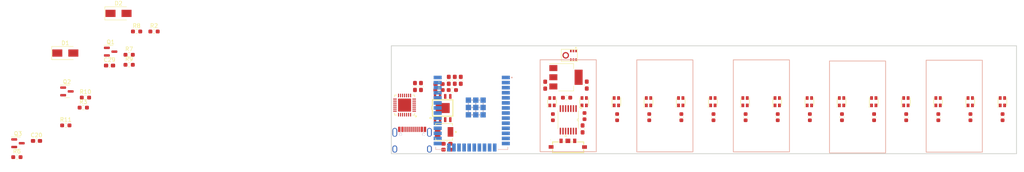
<source format=kicad_pcb>
(kicad_pcb (version 20211014) (generator pcbnew)
  (layers (0 "F.Cu" signal) (31 "B.Cu" signal) (34 "B.Paste" user) (35 "F.Paste" user) (36 "B.SilkS" user "B.Silkscreen") (37 "F.SilkS" user "F.Silkscreen") (38 "B.Mask" user) (39 "F.Mask" user) (44 "Edge.Cuts" user))
  (net 0 "")
  (net 1 "+5V")
  (net 2 "GND")
  (net 4 "Net-(LED1-Pad1)")
  (net 5 "Net-(LED2-Pad1)")
  (net 6 "Net-(LED4-Pad3)")
  (net 7 "Net-(LED4-Pad1)")
  (net 8 "Net-(LED6-Pad3)")
  (net 9 "Net-(LED6-Pad1)")
  (net 10 "Net-(LED7-Pad1)")
  (net 11 "Net-(LED9-Pad3)")
  (net 12 "Net-(LED10-Pad3)")
  (net 13 "Net-(LED10-Pad1)")
  (net 14 "Net-(LED11-Pad1)")
  (net 15 "Net-(LED13-Pad3)")
  (net 16 "Net-(LED13-Pad1)")
  (net 17 "Net-(LED15-Pad3)")
  (net 18 "+BATT")
  (net 19 "+3V3")
  (net 20 "RESET")
  (net 21 "Net-(D1-Pad1)")
  (net 22 "Net-(D1-Pad2)")
  (net 23 "USB-C 5V")
  (net 24 "Net-(L1-Pad2)")
  (net 25 "LED1 DATA OUT")
  (net 26 "IO15{slash}WS")
  (net 27 "IO14{slash}SCK")
  (net 28 "Net-(MK1-Pad7)")
  (net 29 "Net-(Q2-Pad1)")
  (net 30 "DTR")
  (net 31 "IO0")
  (net 32 "Net-(Q3-Pad1)")
  (net 33 "RTS")
  (net 34 "Net-(R1-Pad1)")
  (net 35 "USB-C CC1")
  (net 36 "USB-C CC2")
  (net 37 "Net-(R4-Pad2)")
  (net 38 "POWER_EN")
  (net 39 "IO32{slash}SD")
  (net 40 "IO16{slash}LED1")
  (net 43 "USB-C DATA+")
  (net 44 "USB-C DATA-")
  (net 60 "TXD0")
  (net 61 "RXD0")
  (net 63 "IO36{slash}A4{slash}SENSOR_VP")
  (net 64 "I39{slash}A3{slash}SENSOR_VN")
  (net 65 "I34{slash}A2")
  (net 66 "IO35")
  (net 67 "IO33")
  (net 68 "IO25{slash}A1{slash}DAC1")
  (net 69 "IO26{slash}A0{slash}DAC2")
  (net 70 "IO27")
  (net 71 "IO12")
  (net 72 "IO13")
  (net 79 "IO2")
  (net 80 "IO4{slash}A5")
  (net 81 "IO17")
  (net 82 "IO5")
  (net 83 "IO18{slash}MOSI")
  (net 84 "IO19{slash}MISO")
  (net 86 "IO21")
  (net 87 "IO22")
  (net 88 "IO23")
  (footprint "Capacitor_SMD:C_0603_1608Metric" (layer "F.Cu") (at 159.016395 108.585 -90)
    (fp_text reference "C8" hide)
    (fp_text value "0.1uF")
    (pad "1" smd roundrect (at -0.775 0 270) (size 0.9 0.95) (layers "F.Cu" "F.Paste" "F.Mask") (net 1 "+5V"))
    (pad "2" smd roundrect (at 0.775 0 270) (size 0.9 0.95) (layers "F.Cu" "F.Paste" "F.Mask") (net 2 "GND"))
  )
  (footprint "WS2812B-2020:WS2812B-2020" (layer "F.Cu") (at 134.81514 104.7221 90)
    (fp_text reference "LED5" hide)
    (fp_text value "WS2812B-2020")
    (pad "1" smd rect (at -0.92 -0.55 90) (size 0.9 0.7) (layers "F.Cu" "F.Paste" "F.Mask") (net 8 "Net-(LED6-Pad3)"))
    (pad "2" smd rect (at -0.92 0.55 90) (size 0.9 0.7) (layers "F.Cu" "F.Paste" "F.Mask") (net 2 "GND"))
    (pad "3" smd rect (at 0.92 0.55 90) (size 0.9 0.7) (layers "F.Cu" "F.Paste" "F.Mask") (net 7 "Net-(LED4-Pad1)"))
    (pad "4" smd rect (at 0.92 -0.55 90) (size 0.9 0.7) (layers "F.Cu" "F.Paste" "F.Mask") (net 1 "+5V"))
  )
  (footprint "CP2102-GMR:CP2102-GMR" (layer "F.Cu") (at 65.9384 105.5624 180)
    (fp_text reference "U3" hide)
    (fp_text value "CP2102-GMR" hide)
    (pad "1" smd rect (at -2.400013 -1.499999 180) (size 0.9 0.25) (layers "F.Cu" "F.Paste" "F.Mask"))
    (pad "2" smd rect (at -2.400013 -0.999999 180) (size 0.9 0.25) (layers "F.Cu" "F.Paste" "F.Mask"))
    (pad "3" smd rect (at -2.400013 -0.499999 180) (size 0.9 0.25) (layers "F.Cu" "F.Paste" "F.Mask") (net 2 "GND"))
    (pad "4" smd rect (at -2.400013 0.000001 180) (size 0.9 0.25) (layers "F.Cu" "F.Paste" "F.Mask") (net 43 "USB-C DATA+"))
    (pad "5" smd rect (at -2.400013 0.5 180) (size 0.9 0.25) (layers "F.Cu" "F.Paste" "F.Mask") (net 44 "USB-C DATA-"))
    (pad "6" smd rect (at -2.400013 1 180) (size 0.9 0.25) (layers "F.Cu" "F.Paste" "F.Mask") (net 19 "+3V3"))
    (pad "7" smd rect (at -2.400013 1.5 180) (size 0.9 0.25) (layers "F.Cu" "F.Paste" "F.Mask") (net 19 "+3V3"))
    (pad "8" smd rect (at -1.499999 2.400014 180) (size 0.25 0.9) (layers "F.Cu" "F.Paste" "F.Mask") (net 23 "USB-C 5V"))
    (pad "9" smd rect (at -0.999999 2.400014 180) (size 0.25 0.9) (layers "F.Cu" "F.Paste" "F.Mask"))
    (pad "10" smd rect (at -0.499999 2.400014 180) (size 0.25 0.9) (layers "F.Cu" "F.Paste" "F.Mask"))
    (pad "11" smd rect (at 0.000001 2.400014 180) (size 0.25 0.9) (layers "F.Cu" "F.Paste" "F.Mask"))
    (pad "12" smd rect (at 0.5 2.400014 180) (size 0.25 0.9) (layers "F.Cu" "F.Paste" "F.Mask"))
    (pad "13" smd rect (at 1 2.400014 180) (size 0.25 0.9) (layers "F.Cu" "F.Paste" "F.Mask"))
    (pad "14" smd rect (at 1.5 2.400014 180) (size 0.25 0.9) (layers "F.Cu" "F.Paste" "F.Mask"))
    (pad "15" smd rect (at 2.400014 1.5 180) (size 0.9 0.25) (layers "F.Cu" "F.Paste" "F.Mask"))
    (pad "16" smd rect (at 2.400014 1 180) (size 0.9 0.25) (layers "F.Cu" "F.Paste" "F.Mask"))
    (pad "17" smd rect (at 2.400014 0.5 180) (size 0.9 0.25) (layers "F.Cu" "F.Paste" "F.Mask"))
    (pad "18" smd rect (at 2.400014 0.000001 180) (size 0.9 0.25) (layers "F.Cu" "F.Paste" "F.Mask"))
    (pad "19" smd rect (at 2.400014 -0.499999 180) (size 0.9 0.25) (layers "F.Cu" "F.Paste" "F.Mask"))
    (pad "20" smd rect (at 2.400014 -0.999999 180) (size 0.9 0.25) (layers "F.Cu" "F.Paste" "F.Mask"))
    (pad "21" smd rect (at 2.400014 -1.499999 180) (size 0.9 0.25) (layers "F.Cu" "F.Paste" "F.Mask"))
    (pad "22" smd rect (at 1.5 -2.400013 180) (size 0.25 0.9) (layers "F.Cu" "F.Paste" "F.Mask"))
    (pad "23" smd rect (at 1 -2.400013 180) (size 0.25 0.9) (layers "F.Cu" "F.Paste" "F.Mask"))
    (pad "24" smd rect (at 0.5 -2.400013 180) (size 0.25 0.9) (layers "F.Cu" "F.Paste" "F.Mask") (net 33 "RTS"))
    (pad "25" smd rect (at 0.000001 -2.400013 180) (size 0.25 0.9) (layers "F.Cu" "F.Paste" "F.Mask") (net 60 "TXD0"))
    (pad "26" smd rect (at -0.499999 -2.400013 180) (size 0.25 0.9) (layers "F.Cu" "F.Paste" "F.Mask") (net 61 "RXD0"))
    (pad "27" smd rect (at -0.999999 -2.400013 180) (size 0.25 0.9) (layers "F.Cu" "F.Paste" "F.Mask"))
    (pad "28" smd rect (at -1.499999 -2.400013 180) (size 0.25 0.9) (layers "F.Cu" "F.Paste" "F.Mask") (net 30 "DTR"))
    (pad "29" smd rect (at 0 0 180) (size 3.25 3.25) (layers "F.Cu" "F.Mask") (net 2 "GND"))
  )
  (footprint "WS2812B-2020:WS2812B-2020" (layer "F.Cu") (at 207.036405 104.7221 90)
    (fp_text reference "LED14" hide)
    (fp_text value "WS2812B-2020")
    (pad "1" smd rect (at -0.92 -0.55 90) (size 0.9 0.7) (layers "F.Cu" "F.Paste" "F.Mask") (net 17 "Net-(LED15-Pad3)"))
    (pad "2" smd rect (at -0.92 0.55 90) (size 0.9 0.7) (layers "F.Cu" "F.Paste" "F.Mask") (net 2 "GND"))
    (pad "3" smd rect (at 0.92 0.55 90) (size 0.9 0.7) (layers "F.Cu" "F.Paste" "F.Mask") (net 16 "Net-(LED13-Pad1)"))
    (pad "4" smd rect (at 0.92 -0.55 90) (size 0.9 0.7) (layers "F.Cu" "F.Paste" "F.Mask") (net 1 "+5V"))
  )
  (footprint "WS2812B-2020:WS2812B-2020" (layer "F.Cu") (at 126.790555 104.7221 90)
    (fp_text reference "LED4" hide)
    (fp_text value "WS2812B-2020")
    (pad "1" smd rect (at -0.92 -0.55 90) (size 0.9 0.7) (layers "F.Cu" "F.Paste" "F.Mask") (net 7 "Net-(LED4-Pad1)"))
    (pad "2" smd rect (at -0.92 0.55 90) (size 0.9 0.7) (layers "F.Cu" "F.Paste" "F.Mask") (net 2 "GND"))
    (pad "3" smd rect (at 0.92 0.55 90) (size 0.9 0.7) (layers "F.Cu" "F.Paste" "F.Mask") (net 6 "Net-(LED4-Pad3)"))
    (pad "4" smd rect (at 0.92 -0.55 90) (size 0.9 0.7) (layers "F.Cu" "F.Paste" "F.Mask") (net 1 "+5V"))
  )
  (footprint "Capacitor_SMD:C_0603_1608Metric" (layer "F.Cu") (at 207.087705 108.585 -90)
    (fp_text reference "C14" hide)
    (fp_text value "0.1uF")
    (pad "1" smd roundrect (at -0.775 0 270) (size 0.9 0.95) (layers "F.Cu" "F.Paste" "F.Mask") (net 1 "+5V"))
    (pad "2" smd roundrect (at 0.775 0 270) (size 0.9 0.95) (layers "F.Cu" "F.Paste" "F.Mask") (net 2 "GND"))
  )
  (footprint "Resistor_SMD:R_0603_1608Metric_Pad0.98x0.95mm_HandSolder" (layer "F.Cu") (at -13.6652 103.6828)
    (fp_text reference "R10" (at 0 -1.43) (layer "F.SilkS"))
    (fp_text value "10K")
    (pad "1" smd roundrect (at -0.9125 0) (size 0.975 0.95) (layers "F.Cu" "F.Paste" "F.Mask") (net 33 "RTS"))
    (pad "2" smd roundrect (at 0.9125 0) (size 0.975 0.95) (layers "F.Cu" "F.Paste" "F.Mask") (net 29 "Net-(Q2-Pad1)"))
  )
  (footprint "Capacitor_SMD:C_0603_1608Metric_Pad1.08x0.95mm_HandSolder" (layer "F.Cu") (at 68.5292 100.9153 90)
    (fp_text reference "C19" hide)
    (fp_text value "0.1uF")
    (pad "1" smd roundrect (at -0.8625 0 90) (size 1.075 0.95) (layers "F.Cu" "F.Paste" "F.Mask") (net 19 "+3V3"))
    (pad "2" smd roundrect (at 0.8625 0 90) (size 1.075 0.95) (layers "F.Cu" "F.Paste" "F.Mask") (net 2 "GND"))
  )
  (footprint "Resistor_SMD:R_0603_1608Metric_Pad0.98x0.95mm_HandSolder" (layer "F.Cu") (at -14.2052 106.1928)
    (fp_text reference "R3" (at 0 -1.43) (layer "F.SilkS"))
    (fp_text value "5.1K 1%")
    (pad "1" smd roundrect (at -0.9125 0) (size 0.975 0.95) (layers "F.Cu" "F.Paste" "F.Mask") (net 2 "GND"))
    (pad "2" smd roundrect (at 0.9125 0) (size 0.975 0.95) (layers "F.Cu" "F.Paste" "F.Mask") (net 36 "USB-C CC2"))
  )
  (footprint "Package_TO_SOT_SMD:SOT-23" (layer "F.Cu") (at -7.3852 92.1928)
    (fp_text reference "Q1" (at 0 -2.4) (layer "F.SilkS"))
    (fp_text value "SK338P")
    (pad "1" smd roundrect (at -0.9375 -0.95) (size 1.475 0.6) (layers "F.Cu" "F.Paste" "F.Mask") (net 22 "Net-(D1-Pad2)"))
    (pad "2" smd roundrect (at -0.9375 0.95) (size 1.475 0.6) (layers "F.Cu" "F.Paste" "F.Mask") (net 21 "Net-(D1-Pad1)"))
    (pad "3" smd roundrect (at 0.9375 0) (size 1.475 0.6) (layers "F.Cu" "F.Paste" "F.Mask") (net 18 "+BATT"))
  )
  (footprint "Capacitor_SMD:C_0603_1608Metric_Pad1.08x0.95mm_HandSolder" (layer "F.Cu") (at 101.0158 100.584 90)
    (fp_text reference "C26" hide)
    (fp_text value "10uF")
    (pad "1" smd roundrect (at -0.8625 0 90) (size 1.075 0.95) (layers "F.Cu" "F.Paste" "F.Mask") (net 2 "GND"))
    (pad "2" smd roundrect (at 0.8625 0 90) (size 1.075 0.95) (layers "F.Cu" "F.Paste" "F.Mask") (net 1 "+5V"))
  )
  (footprint "Capacitor_SMD:C_0603_1608Metric" (layer "F.Cu") (at 199.07582 108.585 -90)
    (fp_text reference "C13" hide)
    (fp_text value "0.1uF")
    (pad "1" smd roundrect (at -0.775 0 270) (size 0.9 0.95) (layers "F.Cu" "F.Paste" "F.Mask") (net 1 "+5V"))
    (pad "2" smd roundrect (at 0.775 0 270) (size 0.9 0.95) (layers "F.Cu" "F.Paste" "F.Mask") (net 2 "GND"))
  )
  (footprint "Capacitor_SMD:C_0603_1608Metric_Pad1.08x0.95mm_HandSolder" (layer "F.Cu") (at 76.962 99.3659 -90)
    (fp_text reference "C23" hide)
    (fp_text value "22uF")
    (pad "1" smd roundrect (at -0.8625 0 270) (size 1.075 0.95) (layers "F.Cu" "F.Paste" "F.Mask") (net 1 "+5V"))
    (pad "2" smd roundrect (at 0.8625 0 270) (size 1.075 0.95) (layers "F.Cu" "F.Paste" "F.Mask") (net 2 "GND"))
  )
  (footprint "Capacitor_SMD:C_0603_1608Metric_Pad1.08x0.95mm_HandSolder" (layer "F.Cu") (at 78.4606 99.3648 -90)
    (fp_text reference "C24" hide)
    (fp_text value "22uF")
    (pad "1" smd roundrect (at -0.8625 0 270) (size 1.075 0.95) (layers "F.Cu" "F.Paste" "F.Mask") (net 1 "+5V"))
    (pad "2" smd roundrect (at 0.8625 0 270) (size 1.075 0.95) (layers "F.Cu" "F.Paste" "F.Mask") (net 2 "GND"))
  )
  (footprint "Resistor_SMD:R_0603_1608Metric_Pad0.98x0.95mm_HandSolder" (layer "F.Cu") (at -18.5652 110.6428)
    (fp_text reference "R11" (at 0 -1.43) (layer "F.SilkS"))
    (fp_text value "10K")
    (pad "1" smd roundrect (at -0.9125 0) (size 0.975 0.95) (layers "F.Cu" "F.Paste" "F.Mask") (net 30 "DTR"))
    (pad "2" smd roundrect (at 0.9125 0) (size 0.975 0.95) (layers "F.Cu" "F.Paste" "F.Mask") (net 32 "Net-(Q3-Pad1)"))
  )
  (footprint "Diode_SMD:D_SMA" (layer "F.Cu") (at -5.4152 82.6228)
    (fp_text reference "D2" (at 0 -2.5) (layer "F.SilkS"))
    (fp_text value "B340A-13-F")
    (pad "1" smd rect (at -2 0) (size 2.5 1.8) (layers "F.Cu" "F.Paste" "F.Mask") (net 1 "+5V"))
    (pad "2" smd rect (at 2 0) (size 2.5 1.8) (layers "F.Cu" "F.Paste" "F.Mask") (net 23 "USB-C 5V"))
  )
  (footprint "AP2007SPER:AP2007SPER" (layer "F.Cu") (at 75.438 106.299)
    (fp_text reference "U1" hide)
    (fp_text value "AP2007SPER")
    (pad "1" smd rect (at -1.905004 2.908306) (size 0.6 1.2) (layers "F.Cu" "F.Paste" "F.Mask") (net 24 "Net-(L1-Pad2)"))
    (pad "2" smd rect (at -0.635001 2.908306) (size 0.6 1.2) (layers "F.Cu" "F.Paste" "F.Mask") (net 24 "Net-(L1-Pad2)"))
    (pad "3" smd rect (at 0.635001 2.908306) (size 0.6 1.2) (layers "F.Cu" "F.Paste" "F.Mask") (net 18 "+BATT"))
    (pad "4" smd rect (at 1.905004 2.908306) (size 0.6 1.2) (layers "F.Cu" "F.Paste" "F.Mask") (net 38 "POWER_EN"))
    (pad "5" smd rect (at 1.905004 -2.908306) (size 0.6 1.2) (layers "F.Cu" "F.Paste" "F.Mask") (net 2 "GND"))
    (pad "6" smd rect (at 0.635001 -2.908306) (size 0.6 1.2) (layers "F.Cu" "F.Paste" "F.Mask") (net 37 "Net-(R4-Pad2)"))
    (pad "7" smd rect (at -0.635001 -2.908306) (size 0.6 1.2) (layers "F.Cu" "F.Paste" "F.Mask") (net 1 "+5V"))
    (pad "8" smd rect (at -1.905004 -2.908306) (size 0.6 1.2) (layers "F.Cu" "F.Paste" "F.Mask") (net 1 "+5V"))
    (pad "9" smd rect (at 0 0 180) (size 3.499873 2.5) (layers "F.Cu" "F.Paste" "F.Mask") (net 2 "GND"))
  )
  (footprint "Capacitor_SMD:C_0603_1608Metric_Pad1.08x0.95mm_HandSolder" (layer "F.Cu") (at 79.9592 99.3648 -90)
    (fp_text reference "C25" hide)
    (fp_text value "22uF")
    (pad "1" smd roundrect (at -0.8625 0 270) (size 1.075 0.95) (layers "F.Cu" "F.Paste" "F.Mask") (net 1 "+5V"))
    (pad "2" smd roundrect (at 0.8625 0 270) (size 1.075 0.95) (layers "F.Cu" "F.Paste" "F.Mask") (net 2 "GND"))
  )
  (footprint "Capacitor_SMD:C_0603_1608Metric" (layer "F.Cu") (at 126.968855 108.585 -90)
    (fp_text reference "C4" hide)
    (fp_text value "0.1uF")
    (pad "1" smd roundrect (at -0.775 0 270) (size 0.9 0.95) (layers "F.Cu" "F.Paste" "F.Mask") (net 1 "+5V"))
    (pad "2" smd roundrect (at 0.775 0 270) (size 0.9 0.95) (layers "F.Cu" "F.Paste" "F.Mask") (net 2 "GND"))
  )
  (footprint "Package_TO_SOT_SMD:SOT-23" (layer "F.Cu") (at -30.4952 115.1028)
    (fp_text reference "Q3" (at 0 -2.4) (layer "F.SilkS"))
    (fp_text value "MMBT2222A")
    (pad "1" smd roundrect (at -0.9375 -0.95) (size 1.475 0.6) (layers "F.Cu" "F.Paste" "F.Mask") (net 32 "Net-(Q3-Pad1)"))
    (pad "2" smd roundrect (at -0.9375 0.95) (size 1.475 0.6) (layers "F.Cu" "F.Paste" "F.Mask") (net 20 "RESET"))
    (pad "3" smd roundrect (at 0.9375 0) (size 1.475 0.6) (layers "F.Cu" "F.Paste" "F.Mask") (net 33 "RTS"))
  )
  (footprint "Package_TO_SOT_SMD:SOT-223" (layer "F.Cu") (at 106.1974 98.6028)
    (fp_text reference "U5" hide)
    (fp_text value "BL1117-33CX")
    (pad "1" smd rect (at -3.15 -2.3) (size 2 1.5) (layers "F.Cu" "F.Paste" "F.Mask") (net 2 "GND"))
    (pad "2" smd rect (at -3.15 0) (size 2 1.5) (layers "F.Cu" "F.Paste" "F.Mask") (net 19 "+3V3"))
    (pad "3" smd rect (at -3.15 2.3) (size 2 1.5) (layers "F.Cu" "F.Paste" "F.Mask") (net 1 "+5V"))
    (pad "4" smd rect (at 3.15 0) (size 2 3.8) (layers "F.Cu" "F.Paste" "F.Mask") (net 19 "+3V3"))
  )
  (footprint "Capacitor_SMD:C_0603_1608Metric" (layer "F.Cu") (at 191.063935 108.585 -90)
    (fp_text reference "C12" hide)
    (fp_text value "0.1uF")
    (pad "1" smd roundrect (at -0.775 0 270) (size 0.9 0.95) (layers "F.Cu" "F.Paste" "F.Mask") (net 1 "+5V"))
    (pad "2" smd roundrect (at 0.775 0 270) (size 0.9 0.95) (layers "F.Cu" "F.Paste" "F.Mask") (net 2 "GND"))
  )
  (footprint "WS2812B-2020:WS2812B-2020" (layer "F.Cu") (at 150.86431 104.7221 90)
    (fp_text reference "LED7" hide)
    (fp_text value "WS2812B-2020")
    (pad "1" smd rect (at -0.92 -0.55 90) (size 0.9 0.7) (layers "F.Cu" "F.Paste" "F.Mask") (net 10 "Net-(LED7-Pad1)"))
    (pad "2" smd rect (at -0.92 0.55 90) (size 0.9 0.7) (layers "F.Cu" "F.Paste" "F.Mask") (net 2 "GND"))
    (pad "3" smd rect (at 0.92 0.55 90) (size 0.9 0.7) (layers "F.Cu" "F.Paste" "F.Mask") (net 9 "Net-(LED6-Pad1)"))
    (pad "4" smd rect (at 0.92 -0.55 90) (size 0.9 0.7) (layers "F.Cu" "F.Paste" "F.Mask") (net 1 "+5V"))
  )
  (footprint "Package_TO_SOT_SMD:SOT-23" (layer "F.Cu") (at -18.2852 102.1428)
    (fp_text reference "Q2" (at 0 -2.4) (layer "F.SilkS"))
    (fp_text value "MMBT2222A")
    (pad "1" smd roundrect (at -0.9375 -0.95) (size 1.475 0.6) (layers "F.Cu" "F.Paste" "F.Mask") (net 29 "Net-(Q2-Pad1)"))
    (pad "2" smd roundrect (at -0.9375 0.95) (size 1.475 0.6) (layers "F.Cu" "F.Paste" "F.Mask") (net 30 "DTR"))
    (pad "3" smd roundrect (at 0.9375 0) (size 1.475 0.6) (layers "F.Cu" "F.Paste" "F.Mask") (net 31 "IO0"))
  )
  (footprint "Capacitor_SMD:C_0603_1608Metric_Pad1.08x0.95mm_HandSolder" (layer "F.Cu") (at -25.8752 114.5228)
    (fp_text reference "C20" (at 0 -1.43) (layer "F.SilkS"))
    (fp_text value "10uF")
    (pad "1" smd roundrect (at -0.8625 0) (size 1.075 0.95) (layers "F.Cu" "F.Paste" "F.Mask") (net 19 "+3V3"))
    (pad "2" smd roundrect (at 0.8625 0) (size 1.075 0.95) (layers "F.Cu" "F.Paste" "F.Mask") (net 2 "GND"))
  )
  (footprint "Resistor_SMD:R_0603_1608Metric_Pad0.98x0.95mm_HandSolder" (layer "F.Cu") (at 106.3498 103.7082 180)
    (fp_text reference "R1" hide)
    (fp_text value "62")
    (pad "1" smd roundrect (at -0.9125 0 180) (size 0.975 0.95) (layers "F.Cu" "F.Paste" "F.Mask") (net 34 "Net-(R1-Pad1)"))
    (pad "2" smd roundrect (at 0.9125 0 180) (size 0.975 0.95) (layers "F.Cu" "F.Paste" "F.Mask") (net 25 "LED1 DATA OUT"))
  )
  (footprint "Capacitor_SMD:C_0603_1608Metric" (layer "F.Cu") (at 175.040165 108.585 -90)
    (fp_text reference "C10" hide)
    (fp_text value "0.1uF")
    (pad "1" smd roundrect (at -0.775 0 270) (size 0.9 0.95) (layers "F.Cu" "F.Paste" "F.Mask") (net 1 "+5V"))
    (pad "2" smd roundrect (at 0.775 0 270) (size 0.9 0.95) (layers "F.Cu" "F.Paste" "F.Mask") (net 2 "GND"))
  )
  (footprint "WS2812B-2020:WS2812B-2020" (layer "F.Cu") (at 142.839725 104.7221 90)
    (fp_text reference "LED6" hide)
    (fp_text value "WS2812B-2020")
    (pad "1" smd rect (at -0.92 -0.55 90) (size 0.9 0.7) (layers "F.Cu" "F.Paste" "F.Mask") (net 9 "Net-(LED6-Pad1)"))
    (pad "2" smd rect (at -0.92 0.55 90) (size 0.9 0.7) (layers "F.Cu" "F.Paste" "F.Mask") (net 2 "GND"))
    (pad "3" smd rect (at 0.92 0.55 90) (size 0.9 0.7) (layers "F.Cu" "F.Paste" "F.Mask") (net 8 "Net-(LED6-Pad3)"))
    (pad "4" smd rect (at 0.92 -0.55 90) (size 0.9 0.7) (layers "F.Cu" "F.Paste" "F.Mask") (net 1 "+5V"))
  )
  (footprint "WS2812B-2020:WS2812B-2020" (layer "F.Cu") (at 166.91348 104.7221 90)
    (fp_text reference "LED9" hide)
    (fp_text value "WS2812B-2020")
    (pad "1" smd rect (at -0.92 -0.55 90) (size 0.9 0.7) (layers "F.Cu" "F.Paste" "F.Mask") (net 12 "Net-(LED10-Pad3)"))
    (pad "2" smd rect (at -0.92 0.55 90) (size 0.9 0.7) (layers "F.Cu" "F.Paste" "F.Mask") (net 2 "GND"))
    (pad "3" smd rect (at 0.92 0.55 90) (size 0.9 0.7) (layers "F.Cu" "F.Paste" "F.Mask") (net 11 "Net-(LED9-Pad3)"))
    (pad "4" smd rect (at 0.92 -0.55 90) (size 0.9 0.7) (layers "F.Cu" "F.Paste" "F.Mask") (net 1 "+5V"))
  )
  (footprint "SN74AHCT32QPWRQ1:SN74AHCT32QPWRQ1" (layer "F.Cu") (at 106.7562 109.2583 -90)
    (fp_text reference "U2" hide)
    (fp_text value "SN74AHCT32QPWRQ1" hide)
    (fp_text user "*" (at -3.0734 -3.4486 90) (layer "F.SilkS"))
    (fp_text user "*" (at -3.0734 -3.4486 90) (layer "F.SilkS"))
    (pad "1" smd rect (at -2.8194 -1.950001 270) (size 1.6764 0.3556) (layers "F.Cu" "F.Paste" "F.Mask") (net 40 "IO16{slash}LED1"))
    (pad "2" smd rect (at -2.8194 -1.3 270) (size 1.6764 0.3556) (layers "F.Cu" "F.Paste" "F.Mask") (net 2 "GND"))
    (pad "3" smd rect (at -2.8194 -0.649999 270) (size 1.6764 0.3556) (layers "F.Cu" "F.Paste" "F.Mask") (net 34 "Net-(R1-Pad1)"))
    (pad "4" smd rect (at -2.8194 0 270) (size 1.6764 0.3556) (layers "F.Cu" "F.Paste" "F.Mask") (net 2 "GND"))
    (pad "5" smd rect (at -2.8194 0.649999 270) (size 1.6764 0.3556) (layers "F.Cu" "F.Paste" "F.Mask") (net 2 "GND"))
    (pad "6" smd rect (at -2.8194 1.3 270) (size 1.6764 0.3556) (layers "F.Cu" "F.Paste" "F.Mask") (net 2 "GND"))
    (pad "7" smd rect (at -2.8194 1.949999 270) (size 1.6764 0.3556) (layers "F.Cu" "F.Paste" "F.Mask") (net 2 "GND"))
    (pad "8" smd rect (at 2.8194 1.950001 270) (size 1.6764 0.3556) (layers "F.Cu" "F.Paste" "F.Mask") (net 2 "GND"))
    (pad "9" smd rect (at 2.8194 1.3 270) (size 1.6764 0.3556) (layers "F.Cu" "F.Paste" "F.Mask") (net 2 "GND"))
    (pad "10" smd rect (at 2.8194 0.650001 270) (size 1.6764 0.3556) (layers "F.Cu" "F.Paste" "F.Mask") (net 2 "GND"))
    (pad "11" smd rect (at 2.8194 0 270) (size 1.6764 0.3556) (layers "F.Cu" "F.Paste" "F.Mask") (net 2 "GND"))
    (pad "12" smd rect (at 2.8194 -0.649999 270) (size 1.6764 0.3556) (layers "F.Cu" "F.Paste" "F.Mask") (net 2 "GND"))
    (pad "13" smd rect (at 2.8194 -1.3 270) (size 1.6764 0.3556) (layers "F.Cu" "F.Paste" "F.Mask") (net 2 "GND"))
    (pad "14" smd rect (at 2.8194 -1.949999 270) (size 1.6764 0.3556) (layers "F.Cu" "F.Paste" "F.Mask") (net 1 "+5V"))
  )
  (footprint "SSAL220100:SSAL220100" (layer "F.Cu") (at 106.6546 115.9764)
    (fp_text reference "SW1" hide)
    (fp_text value "SSAL220100")
    (pad "0" smd rect (at -4.170561 0.057023) (size 1.2 0.9) (layers "F.Cu" "F.Paste" "F.Mask") (net 2 "GND"))
    (pad "0" smd rect (at 4.170561 0.082931) (size 1.2 0.9) (layers "F.Cu" "F.Paste" "F.Mask") (net 2 "GND"))
    (pad "1" smd rect (at -1.679578 -1.46698) (size 0.8 1.1) (layers "F.Cu" "F.Paste" "F.Mask") (net 38 "POWER_EN"))
    (pad "2" smd rect (at 0.020447 -1.46698) (size 1.2 1.1) (layers "F.Cu" "F.Paste" "F.Mask") (net 2 "GND"))
    (pad "3" smd rect (at 1.720472 -1.46698) (size 0.8 1.1) (layers "F.Cu" "F.Paste" "F.Mask") (net 2 "GND"))
  )
  (footprint "Resistor_SMD:R_0603_1608Metric_Pad0.98x0.95mm_HandSolder" (layer "F.Cu") (at 77.851 101.8032)
    (fp_text reference "R5" hide)
    (fp_text value "33K")
    (pad "1" smd roundrect (at -0.9125 0) (size 0.975 0.95) (layers "F.Cu" "F.Paste" "F.Mask") (net 37 "Net-(R4-Pad2)"))
    (pad "2" smd roundrect (at 0.9125 0) (size 0.975 0.95) (layers "F.Cu" "F.Paste" "F.Mask") (net 2 "GND"))
  )
  (footprint "Capacitor_SMD:C_0603_1608Metric" (layer "F.Cu") (at 118.95697 108.585 -90)
    (fp_text reference "C3" hide)
    (fp_text value "0.1uF")
    (pad "1" smd roundrect (at -0.775 0 270) (size 0.9 0.95) (layers "F.Cu" "F.Paste" "F.Mask") (net 1 "+5V"))
    (pad "2" smd roundrect (at 0.775 0 270) (size 0.9 0.95) (layers "F.Cu" "F.Paste" "F.Mask") (net 2 "GND"))
  )
  (footprint "WS2812B-2020:WS2812B-2020" (layer "F.Cu") (at 118.76597 104.7221 90)
    (fp_text reference "LED3" hide)
    (fp_text value "WS2812B-2020")
    (pad "1" smd rect (at -0.92 -0.55 90) (size 0.9 0.7) (layers "F.Cu" "F.Paste" "F.Mask") (net 6 "Net-(LED4-Pad3)"))
    (pad "2" smd rect (at -0.92 0.55 90) (size 0.9 0.7) (layers "F.Cu" "F.Paste" "F.Mask") (net 2 "GND"))
    (pad "3" smd rect (at 0.92 0.55 90) (size 0.9 0.7) (layers "F.Cu" "F.Paste" "F.Mask") (net 5 "Net-(LED2-Pad1)"))
    (pad "4" smd rect (at 0.92 -0.55 90) (size 0.9 0.7) (layers "F.Cu" "F.Paste" "F.Mask") (net 1 "+5V"))
  )
  (footprint "WS2812B-2020:WS2812B-2020" (layer "F.Cu") (at 182.96265 104.7221 90)
    (fp_text reference "LED11" hide)
    (fp_text value "WS2812B-2020")
    (pad "1" smd rect (at -0.92 -0.55 90) (size 0.9 0.7) (layers "F.Cu" "F.Paste" "F.Mask") (net 14 "Net-(LED11-Pad1)"))
    (pad "2" smd rect (at -0.92 0.55 90) (size 0.9 0.7) (layers "F.Cu" "F.Paste" "F.Mask") (net 2 "GND"))
    (pad "3" smd rect (at 0.92 0.55 90) (size 0.9 0.7) (layers "F.Cu" "F.Paste" "F.Mask") (net 13 "Net-(LED10-Pad1)"))
    (pad "4" smd rect (at 0.92 -0.55 90) (size 0.9 0.7) (layers "F.Cu" "F.Paste" "F.Mask") (net 1 "+5V"))
  )
  (footprint "Capacitor_SMD:C_0603_1608Metric_Pad1.08x0.95mm_HandSolder" (layer "F.Cu") (at 76.5059 115.2398 180)
    (fp_text reference "C16" hide)
    (fp_text value "22uF")
    (pad "1" smd roundrect (at -0.8625 0 180) (size 1.075 0.95) (layers "F.Cu" "F.Paste" "F.Mask") (net 18 "+BATT"))
    (pad "2" smd roundrect (at 0.8625 0 180) (size 1.075 0.95) (layers "F.Cu" "F.Paste" "F.Mask") (net 2 "GND"))
  )
  (footprint "U262-161N-4BVC11:USB-3.1-SMD_U262-161N-4BVC11" (layer "F.Cu") (at 67.818 114.0968)
    (fp_text reference "USB1" hide)
    (fp_text value "U262-16XN-4BVC11")
    (pad "" thru_hole circle (at -2.89 -1.22) (size 0.7 0.7) (drill 0.7) (layers *.Cu *.Mask))
    (pad "" thru_hole circle (at 2.89 -1.22) (size 0.7 0.7) (drill 0.7) (layers *.Cu *.Mask))
    (pad "A1B12" smd rect (at -3.2 -2.46) (size 0.6 1.3) (layers "F.Cu" "F.Paste" "F.Mask") (net 2 "GND"))
    (pad "A4B9" smd rect (at -2.4 -2.46) (size 0.6 1.3) (layers "F.Cu" "F.Paste" "F.Mask") (net 23 "USB-C 5V"))
    (pad "A5" smd rect (at -1.25 -2.46) (size 0.3 1.3) (layers "F.Cu" "F.Paste" "F.Mask") (net 35 "USB-C CC1"))
    (pad "A6" smd rect (at -0.25 -2.46) (size 0.3 1.3) (layers "F.Cu" "F.Paste" "F.Mask") (net 43 "USB-C DATA+"))
    (pad "A7" smd rect (at 0.25 -2.46) (size 0.3 1.3) (layers "F.Cu" "F.Paste" "F.Mask") (net 44 "USB-C DATA-"))
    (pad "A8" smd rect (at 1.25 -2.46) (size 0.3 1.3) (layers "F.Cu" "F.Paste" "F.Mask"))
    (pad "B1A12" smd rect (at 3.2 -2.46) (size 0.6 1.3) (layers "F.Cu" "F.Paste" "F.Mask") (net 2 "GND"))
    (pad "B4A9" smd rect (at 2.4 -2.46) (size 0.6 1.3) (layers "F.Cu" "F.Paste" "F.Mask") (net 23 "USB-C 5V"))
    (pad "B5" smd rect (at 1.75 -2.46) (size 0.3 1.3) (layers "F.Cu" "F.Paste" "F.Mask") (net 36 "USB-C CC2"))
    (pad "B6" smd rect (at 0.75 -2.46) (size 0.3 1.3) (layers "F.Cu" "F.Paste" "F.Mask") (net 43 "USB-C DATA+"))
    (pad "B7" smd rect (at -0.75 -2.46) (size 0.3 1.3) (layers "F.Cu" "F.Paste" "F.Mask") (net 44 "USB-C DATA-"))
    (pad "B8" smd rect (at -1.75 -2.46) (size 0.3 1.3) (layers "F.Cu" "F.Paste" "F.Mask"))
    (pad "SHELL" thru_hole oval (at -4.32 2.46) (size 1.2 1.8) (drill oval 0.700024 1.299997) (layers *.Cu *.Paste *.Mask) (net 2 "GND"))
    (pad "SHELL" thru_hole oval (at 4.32 2.46) (size 1.2 1.8) (drill oval 0.700024 1.299997) (layers *.Cu *.Paste *.Mask) (net 2 "GND"))
    (pad "SHELL" thru_hole oval (at -4.32 -1.72) (size 1.2 2.2) (drill oval 0.700024 1.799996) (layers *.Cu *.Paste *.Mask) (net 2 "GND"))
    (pad "SHELL" thru_hole oval (at 4.32 -1.72) (size 1.2 2.2) (drill oval 0.700024 1.799996) (layers *.Cu *.Paste *.Mask) (net 2 "GND"))
  )
  (footprint "WS2812B-2020:WS2812B-2020" (layer "F.Cu") (at 102.7168 104.7221 90)
    (fp_text reference "LED1" hide)
    (fp_text value "WS2812B-2020")
    (pad "1" smd rect (at -0.92 -0.55 90) (size 0.9 0.7) (layers "F.Cu" "F.Paste" "F.Mask") (net 4 "Net-(LED1-Pad1)"))
    (pad "2" smd rect (at -0.92 0.55 90) (size 0.9 0.7) (layers "F.Cu" "F.Paste" "F.Mask") (net 2 "GND"))
    (pad "3" smd rect (at 0.92 0.55 90) (size 0.9 0.7) (layers "F.Cu" "F.Paste" "F.Mask") (net 25 "LED1 DATA OUT"))
    (pad "4" smd rect (at 0.92 -0.55 90) (size 0.9 0.7) (layers "F.Cu" "F.Paste" "F.Mask") (net 1 "+5V"))
  )
  (footprint "ICS-43432:MIC_ICS-43432" (layer "F.Cu") (at 107.0356 93.1164 -90)
    (fp_text reference "MK1" hide)
    (fp_text value "ICS-43432")
    (fp_circle (center 0 0.9) (end 0.675 0.9) (layer "F.Cu") (width 0.3) (fill none))
    (pad "" np_thru_hole circle (at 0 0.9 270) (size 0.5 0.5) (drill 0.5) (layers *.Cu *.Mask))
    (pad "1" smd rect (at -1.075 -1.675 270) (size 0.6 0.4) (layers "F.Cu" "F.Mask") (net 2 "GND"))
    (pad "2" smd rect (at -1.075 -1.025 270) (size 0.6 0.4) (layers "F.Cu" "F.Mask") (net 2 "GND"))
    (pad "3" smd rect (at -1.075 -0.375 270) (size 0.6 0.4) (layers "F.Cu" "F.Mask") (net 19 "+3V3"))
    (pad "4" smd rect (at 0 1.55 270) (size 0.1 0.1) (layers "F.Cu") (net 2 "GND"))
    (pad "5" smd rect (at 1.075 -0.375 270) (size 0.6 0.4) (layers "F.Cu" "F.Mask") (net 26 "IO15{slash}WS"))
    (pad "6" smd rect (at 1.075 -1.025 270) (size 0.6 0.4) (layers "F.Cu" "F.Mask") (net 27 "IO14{slash}SCK"))
    (pad "7" smd rect (at 1.075 -1.675 270) (size 0.6 0.4) (layers "F.Cu" "F.Mask") (net 28 "Net-(MK1-Pad7)"))
  )
  (footprint "Capacitor_SMD:C_0603_1608Metric" (layer "F.Cu") (at 215.0996 108.585 -90)
    (fp_text reference "C15" hide)
    (fp_text value "0.1uF")
    (pad "1" smd roundrect (at -0.775 0 270) (size 0.9 0.95) (layers "F.Cu" "F.Paste" "F.Mask") (net 1 "+5V"))
    (pad "2" smd roundrect (at 0.775 0 270) (size 0.9 0.95) (layers "F.Cu" "F.Paste" "F.Mask") (net 2 "GND"))
  )
  (footprint "Diode_SMD:D_SMA" (layer "F.Cu") (at -18.6856 92.544)
    (fp_text reference "D1" (at 0 -2.5) (layer "F.SilkS"))
    (fp_text value "B340A-13-F")
    (pad "1" smd rect (at -2 0) (size 2.5 1.8) (layers "F.Cu" "F.Paste" "F.Mask") (net 21 "Net-(D1-Pad1)"))
    (pad "2" smd rect (at 2 0) (size 2.5 1.8) (layers "F.Cu" "F.Paste" "F.Mask") (net 22 "Net-(D1-Pad2)"))
  )
  (footprint "Resistor_SMD:R_0603_1608Metric_Pad0.98x0.95mm_HandSolder" (layer "F.Cu") (at -0.9052 87.1528)
    (fp_text reference "R8" (at 0 -1.43) (layer "F.SilkS"))
    (fp_text value "10K")
    (pad "1" smd roundrect (at -0.9125 0) (size 0.975 0.95) (layers "F.Cu" "F.Paste" "F.Mask") (net 21 "Net-(D1-Pad1)"))
    (pad "2" smd roundrect (at 0.9125 0) (size 0.975 0.95) (layers "F.Cu" "F.Paste" "F.Mask") (net 38 "POWER_EN"))
  )
  (footprint "Capacitor_SMD:C_0603_1608Metric" (layer "F.Cu") (at 142.992625 108.585 -90)
    (fp_text reference "C6" hide)
    (fp_text value "0.1uF")
    (pad "1" smd roundrect (at -0.775 0 270) (size 0.9 0.95) (layers "F.Cu" "F.Paste" "F.Mask") (net 1 "+5V"))
    (pad "2" smd roundrect (at 0.775 0 270) (size 0.9 0.95) (layers "F.Cu" "F.Paste" "F.Mask") (net 2 "GND"))
  )
  (footprint "Capacitor_SMD:C_0603_1608Metric" (layer "F.Cu") (at 110.8202 108.3186 -90)
    (fp_text reference "C2" hide)
    (fp_text value "0.1uF")
    (pad "1" smd roundrect (at -0.775 0 270) (size 0.9 0.95) (layers "F.Cu" "F.Paste" "F.Mask") (net 1 "+5V"))
    (pad "2" smd roundrect (at 0.775 0 270) (size 0.9 0.95) (layers "F.Cu" "F.Paste" "F.Mask") (net 2 "GND"))
  )
  (footprint "Resistor_SMD:R_0603_1608Metric_Pad0.98x0.95mm_HandSolder" (layer "F.Cu") (at 3.4448 87.1528)
    (fp_text reference "R2" (at 0 -1.43) (layer "F.SilkS"))
    (fp_text value "5.1K 1%")
    (pad "1" smd roundrect (at -0.9125 0) (size 0.975 0.95) (layers "F.Cu" "F.Paste" "F.Mask") (net 2 "GND"))
    (pad "2" smd roundrect (at 0.9125 0) (size 0.975 0.95) (layers "F.Cu" "F.Paste" "F.Mask") (net 35 "USB-C CC1"))
  )
  (footprint "WS2812B-2020:WS2812B-2020" (layer "F.Cu") (at 110.741385 104.7221 90)
    (fp_text reference "LED2" hide)
    (fp_text value "WS2812B-2020")
    (pad "1" smd rect (at -0.92 -0.55 90) (size 0.9 0.7) (layers "F.Cu" "F.Paste" "F.Mask") (net 5 "Net-(LED2-Pad1)"))
    (pad "2" smd rect (at -0.92 0.55 90) (size 0.9 0.7) (layers "F.Cu" "F.Paste" "F.Mask") (net 2 "GND"))
    (pad "3" smd rect (at 0.92 0.55 90) (size 0.9 0.7) (layers "F.Cu" "F.Paste" "F.Mask") (net 4 "Net-(LED1-Pad1)"))
    (pad "4" smd rect (at 0.92 -0.55 90) (size 0.9 0.7) (layers "F.Cu" "F.Paste" "F.Mask") (net 1 "+5V"))
  )
  (footprint "Capacitor_SMD:C_0603_1608Metric" (layer "F.Cu") (at 102.9332 108.585 -90)
    (fp_text reference "C1" hide)
    (fp_text value "0.1uF")
    (pad "1" smd roundrect (at -0.775 0 270) (size 0.9 0.95) (layers "F.Cu" "F.Paste" "F.Mask") (net 1 "+5V"))
    (pad "2" smd roundrect (at 0.775 0 270) (size 0.9 0.95) (layers "F.Cu" "F.Paste" "F.Mask") (net 2 "GND"))
  )
  (footprint "WS2812B-2020:WS2812B-2020" (layer "F.Cu") (at 158.888895 104.7221 90)
    (fp_text reference "LED8" hide)
    (fp_text value "WS2812B-2020")
    (pad "1" smd rect (at -0.92 -0.55 90) (size 0.9 0.7) (layers "F.Cu" "F.Paste" "F.Mask") (net 11 "Net-(LED9-Pad3)"))
    (pad "2" smd rect (at -0.92 0.55 90) (size 0.9 0.7) (layers "F.Cu" "F.Paste" "F.Mask") (net 2 "GND"))
    (pad "3" smd rect (at 0.92 0.55 90) (size 0.9 0.7) (layers "F.Cu" "F.Paste" "F.Mask") (net 10 "Net-(LED7-Pad1)"))
    (pad "4" smd rect (at 0.92 -0.55 90) (size 0.9 0.7) (layers "F.Cu" "F.Paste" "F.Mask") (net 1 "+5V"))
  )
  (footprint "WS2812B-2020:WS2812B-2020" (layer "F.Cu") (at 174.938065 104.7221 90)
    (fp_text reference "LED10" hide)
    (fp_text value "WS2812B-2020")
    (pad "1" smd rect (at -0.92 -0.55 90) (size 0.9 0.7) (layers "F.Cu" "F.Paste" "F.Mask") (net 13 "Net-(LED10-Pad1)"))
    (pad "2" smd rect (at -0.92 0.55 90) (size 0.9 0.7) (layers "F.Cu" "F.Paste" "F.Mask") (net 2 "GND"))
    (pad "3" smd rect (at 0.92 0.55 90) (size 0.9 0.7) (layers "F.Cu" "F.Paste" "F.Mask") (net 12 "Net-(LED10-Pad3)"))
    (pad "4" smd rect (at 0.92 -0.55 90) (size 0.9 0.7) (layers "F.Cu" "F.Paste" "F.Mask") (net 1 "+5V"))
  )
  (footprint "Capacitor_SMD:C_0603_1608Metric_Pad1.08x0.95mm_HandSolder" (layer "F.Cu") (at 110.3376 111.52 90)
    (fp_text reference "C22" hide)
    (fp_text value "0.1uF")
    (pad "1" smd roundrect (at -0.8625 0 90) (size 1.075 0.95) (layers "F.Cu" "F.Paste" "F.Mask") (net 1 "+5V"))
    (pad "2" smd roundrect (at 0.8625 0 90) (size 1.075 0.95) (layers "F.Cu" "F.Paste" "F.Mask") (net 2 "GND"))
  )
  (footprint "Capacitor_SMD:C_0603_1608Metric_Pad1.08x0.95mm_HandSolder" (layer "F.Cu") (at 70.0278 100.9153 -90)
    (fp_text reference "C17" hide)
    (fp_text value "4.7uF 6.3V 10%")
    (pad "1" smd roundrect (at -0.8625 0 270) (size 1.075 0.95) (layers "F.Cu" "F.Paste" "F.Mask") (net 2 "GND"))
    (pad "2" smd roundrect (at 0.8625 0 270) (size 1.075 0.95) (layers "F.Cu" "F.Paste" "F.Mask") (net 19 "+3V3"))
  )
  (footprint "Capacitor_SMD:C_0603_1608Metric_Pad1.08x0.95mm_HandSolder" (layer "F.Cu") (at 74.5236 100.3046)
    (fp_text reference "C21" hide)
    (fp_text value "22uF")
    (pad "1" smd roundrect (at -0.8625 0) (size 1.075 0.95) (layers "F.Cu" "F.Paste" "F.Mask") (net 1 "+5V"))
    (pad "2" smd roundrect (at 0.8625 0) (size 1.075 0.95) (layers "F.Cu" "F.Paste" "F.Mask") (net 2 "GND"))
  )
  (footprint "Capacitor_SMD:C_0603_1608Metric" (layer "F.Cu") (at 167.02828 108.585 -90)
    (fp_text reference "C9" hide)
    (fp_text value "0.1uF")
    (pad "1" smd roundrect (at -0.775 0 270) (size 0.9 0.95) (layers "F.Cu" "F.Paste" "F.Mask") (net 1 "+5V"))
    (pad "2" smd roundrect (at 0.775 0 270) (size 0.9 0.95) (layers "F.Cu" "F.Paste" "F.Mask") (net 2 "GND"))
  )
  (footprint "Resistor_SMD:R_0603_1608Metric_Pad0.98x0.95mm_HandSolder" (layer "F.Cu") (at 74.5236 101.8032)
    (fp_text reference "R4" hide)
    (fp_text value "100K")
    (pad "1" smd roundrect (at -0.9125 0) (size 0.975 0.95) (layers "F.Cu" "F.Paste" "F.Mask") (net 1 "+5V"))
    (pad "2" smd roundrect (at 0.9125 0) (size 0.975 0.95) (layers "F.Cu" "F.Paste" "F.Mask") (net 37 "Net-(R4-Pad2)"))
  )
  (footprint "Resistor_SMD:R_0603_1608Metric_Pad0.98x0.95mm_HandSolder" (layer "F.Cu") (at -2.7652 95.4828)
    (fp_text reference "R9" (at 0 -1.43) (layer "F.SilkS"))
    (fp_text value "100K")
    (pad "1" smd roundrect (at -0.9125 0) (size 0.975 0.95) (layers "F.Cu" "F.Paste" "F.Mask") (net 39 "IO32{slash}SD"))
    (pad "2" smd roundrect (at 0.9125 0) (size 0.975 0.95) (layers "F.Cu" "F.Paste" "F.Mask") (net 28 "Net-(MK1-Pad7)"))
  )
  (footprint "Capacitor_SMD:C_0603_1608Metric" (layer "F.Cu") (at 183.05205 108.585 -90)
    (fp_text reference "C11" hide)
    (fp_text value "0.1uF")
    (pad "1" smd roundrect (at -0.775 0 270) (size 0.9 0.95) (layers "F.Cu" "F.Paste" "F.Mask") (net 1 "+5V"))
    (pad "2" smd roundrect (at 0.775 0 270) (size 0.9 0.95) (layers "F.Cu" "F.Paste" "F.Mask") (net 2 "GND"))
  )
  (footprint "Capacitor_SMD:C_0603_1608Metric_Pad1.08x0.95mm_HandSolder" (layer "F.Cu") (at 76.5048 116.713 180)
    (fp_text reference "C18" hide)
    (fp_text value "22uF")
    (pad "1" smd roundrect (at -0.8625 0 180) (size 1.075 0.95) (layers "F.Cu" "F.Paste" "F.Mask") (net 18 "+BATT"))
    (pad "2" smd roundrect (at 0.8625 0 180) (size 1.075 0.95) (layers "F.Cu" "F.Paste" "F.Mask") (net 2 "GND"))
  )
  (footprint "FDSD0412:FDSD0412" (layer "F.Cu") (at 75.7871 112.268 180)
    (fp_text reference "L1" hide)
    (fp_text value "2.2A 3.3uH" hide)
    (pad "1" smd rect (at -1.6 0 180) (size 1.4 2.4) (layers "F.Cu" "F.Paste" "F.Mask") (net 18 "+BATT"))
    (pad "2" smd rect (at 1.6 0 180) (size 1.4 2.4) (layers "F.Cu" "F.Paste" "F.Mask") (net 24 "Net-(L1-Pad2)"))
  )
  (footprint "Capacitor_SMD:C_0603_1608Metric" (layer "F.Cu") (at 134.98074 108.585 -90)
    (fp_text reference "C5" hide)
    (fp_text value "0.1uF")
    (pad "1" smd roundrect (at -0.775 0 270) (size 0.9 0.95) (layers "F.Cu" "F.Paste" "F.Mask") (net 1 "+5V"))
    (pad "2" smd roundrect (at 0.775 0 270) (size 0.9 0.95) (layers "F.Cu" "F.Paste" "F.Mask") (net 2 "GND"))
  )
  (footprint "Capacitor_SMD:C_0603_1608Metric" (layer "F.Cu") (at 151.00451 108.585 -90)
    (fp_text reference "C7" hide)
    (fp_text value "0.1uF")
    (pad "1" smd roundrect (at -0.775 0 270) (size 0.9 0.95) (layers "F.Cu" "F.Paste" "F.Mask") (net 1 "+5V"))
    (pad "2" smd roundrect (at 0.775 0 270) (size 0.9 0.95) (layers "F.Cu" "F.Paste" "F.Mask") (net 2 "GND"))
  )
  (footprint "Capacitor_SMD:C_0603_1608Metric_Pad1.08x0.95mm_HandSolder" (layer "F.Cu") (at -7.6552 95.6728)
    (fp_text reference "C29" (at 0 -1.43) (layer "F.SilkS"))
    (fp_text value "0.1uF")
    (pad "1" smd roundrect (at -0.8625 0) (size 1.075 0.95) (layers "F.Cu" "F.Paste" "F.Mask") (net 2 "GND"))
    (pad "2" smd roundrect (at 0.8625 0) (size 1.075 0.95) (layers "F.Cu" "F.Paste" "F.Mask") (net 19 "+3V3"))
  )
  (footprint "WS2812B-2020:WS2812B-2020" (layer "F.Cu") (at 199.01182 104.7221 90)
    (fp_text reference "LED13" hide)
    (fp_text value "WS2812B-2020")
    (pad "1" smd rect (at -0.92 -0.55 90) (size 0.9 0.7) (layers "F.Cu" "F.Paste" "F.Mask") (net 16 "Net-(LED13-Pad1)"))
    (pad "2" smd rect (at -0.92 0.55 90) (size 0.9 0.7) (layers "F.Cu" "F.Paste" "F.Mask") (net 2 "GND"))
    (pad "3" smd rect (at 0.92 0.55 90) (size 0.9 0.7) (layers "F.Cu" "F.Paste" "F.Mask") (net 15 "Net-(LED13-Pad3)"))
    (pad "4" smd rect (at 0.92 -0.55 90) (size 0.9 0.7) (layers "F.Cu" "F.Paste" "F.Mask") (net 1 "+5V"))
  )
  (footprint "WS2812B-2020:WS2812B-2020" (layer "F.Cu") (at 215.061 104.7221 90)
    (fp_text reference "LED15" hide)
    (fp_text value "WS2812B-2020")
    (pad "1" smd rect (at -0.92 -0.55 90) (size 0.9 0.7) (layers "F.Cu" "F.Paste" "F.Mask"))
    (pad "2" smd rect (at -0.92 0.55 90) (size 0.9 0.7) (layers "F.Cu" "F.Paste" "F.Mask") (net 2 "GND"))
    (pad "3" smd rect (at 0.92 0.55 90) (size 0.9 0.7) (layers "F.Cu" "F.Paste" "F.Mask") (net 17 "Net-(LED15-Pad3)"))
    (pad "4" smd rect (at 0.92 -0.55 90) (size 0.9 0.7) (layers "F.Cu" "F.Paste" "F.Mask") (net 1 "+5V"))
  )
  (footprint "WS2812B-2020:WS2812B-2020" (layer "F.Cu") (at 190.987235 104.7221 90)
    (fp_text reference "LED12" hide)
    (fp_text value "WS2812B-2020")
    (pad "1" smd rect (at -0.92 -0.55 90) (size 0.9 0.7) (layers "F.Cu" "F.Paste" "F.Mask") (net 15 "Net-(LED13-Pad3)"))
    (pad "2" smd rect (at -0.92 0.55 90) (size 0.9 0.7) (layers "F.Cu" "F.Paste" "F.Mask") (net 2 "GND"))
    (pad "3" smd rect (at 0.92 0.55 90) (size 0.9 0.7) (layers "F.Cu" "F.Paste" "F.Mask") (net 14 "Net-(LED11-Pad1)"))
    (pad "4" smd rect (at 0.92 -0.55 90) (size 0.9 0.7) (layers "F.Cu" "F.Paste" "F.Mask") (net 1 "+5V"))
  )
  (footprint "Capacitor_SMD:C_0603_1608Metric_Pad1.08x0.95mm_HandSolder" (layer "F.Cu") (at 111.379 100.5597 90)
    (fp_text reference "C28" hide)
    (fp_text value "10uF")
    (pad "1" smd roundrect (at -0.8625 0 90) (size 1.075 0.95) (layers "F.Cu" "F.Paste" "F.Mask") (net 2 "GND"))
    (pad "2" smd roundrect (at 0.8625 0 90) (size 1.075 0.95) (layers "F.Cu" "F.Paste" "F.Mask") (net 19 "+3V3"))
  )
  (footprint "Resistor_SMD:R_0603_1608Metric_Pad0.98x0.95mm_HandSolder" (layer "F.Cu") (at -30.7652 118.5828)
    (fp_text reference "R6" (at 0 -1.43) (layer "F.SilkS"))
    (fp_text value "33K")
    (pad "1" smd roundrect (at -0.9125 0) (size 0.975 0.95) (layers "F.Cu" "F.Paste" "F.Mask") (net 23 "USB-C 5V"))
    (pad "2" smd roundrect (at 0.9125 0) (size 0.975 0.95) (layers "F.Cu" "F.Paste" "F.Mask") (net 22 "Net-(D1-Pad2)"))
  )
  (footprint "Resistor_SMD:R_0603_1608Metric_Pad0.98x0.95mm_HandSolder" (layer "F.Cu") (at -2.7652 92.9728)
    (fp_text reference "R7" (at 0 -1.43) (layer "F.SilkS"))
    (fp_text value "100K")
    (pad "1" smd roundrect (at -0.9125 0) (size 0.975 0.95) (layers "F.Cu" "F.Paste" "F.Mask") (net 22 "Net-(D1-Pad2)"))
    (pad "2" smd roundrect (at 0.9125 0) (size 0.975 0.95) (layers "F.Cu" "F.Paste" "F.Mask") (net 2 "GND"))
  )
  (footprint "ESP32-WROOM-32E__16MB_:MODULE_ESP32-WROOM-32E_(16MB)" (layer "B.Cu") (at 82.6949 103.92105 180)
    (fp_text reference "U4" hide)
    (fp_text value "ESP32-WROOM-32E (4MB)")
    (pad "1" smd rect locked (at -8.5 5.26 180) (size 2 0.9) (layers "B.Cu" "B.Paste" "B.Mask") (net 2 "GND"))
    (pad "2" smd rect locked (at -8.5 3.99 180) (size 2 0.9) (layers "B.Cu" "B.Paste" "B.Mask") (net 19 "+3V3"))
    (pad "3" smd rect locked (at -8.5 2.72 180) (size 2 0.9) (layers "B.Cu" "B.Paste" "B.Mask") (net 20 "RESET"))
    (pad "4" smd rect locked (at -8.5 1.45 180) (size 2 0.9) (layers "B.Cu" "B.Paste" "B.Mask") (net 63 "IO36{slash}A4{slash}SENSOR_VP"))
    (pad "5" smd rect locked (at -8.5 0.18 180) (size 2 0.9) (layers "B.Cu" "B.Paste" "B.Mask") (net 64 "I39{slash}A3{slash}SENSOR_VN"))
    (pad "6" smd rect locked (at -8.5 -1.09 180) (size 2 0.9) (layers "B.Cu" "B.Paste" "B.Mask") (net 65 "I34{slash}A2"))
    (pad "7" smd rect locked (at -8.5 -2.36 180) (size 2 0.9) (layers "B.Cu" "B.Paste" "B.Mask") (net 66 "IO35"))
    (pad "8" smd rect locked (at -8.5 -3.63 180) (size 2 0.9) (layers "B.Cu" "B.Paste" "B.Mask") (net 39 "IO32{slash}SD"))
    (pad "9" smd rect locked (at -8.5 -4.9 180) (size 2 0.9) (layers "B.Cu" "B.Paste" "B.Mask") (net 67 "IO33"))
    (pad "10" smd rect locked (at -8.5 -6.17 180) (size 2 0.9) (layers "B.Cu" "B.Paste" "B.Mask") (net 68 "IO25{slash}A1{slash}DAC1"))
    (pad "11" smd rect locked (at -8.5 -7.44 180) (size 2 0.9) (layers "B.Cu" "B.Paste" "B.Mask") (net 69 "IO26{slash}A0{slash}DAC2"))
    (pad "12" smd rect locked (at -8.5 -8.71 180) (size 2 0.9) (layers "B.Cu" "B.Paste" "B.Mask") (net 70 "IO27"))
    (pad "13" smd rect locked (at -8.5 -9.98 180) (size 2 0.9) (layers "B.Cu" "B.Paste" "B.Mask") (net 27 "IO14{slash}SCK"))
    (pad "14" smd rect locked (at -8.5 -11.25 180) (size 2 0.9) (layers "B.Cu" "B.Paste" "B.Mask") (net 71 "IO12"))
    (pad "15" smd rect locked (at -5.715 -12.25 180) (size 0.9 2) (layers "B.Cu" "B.Paste" "B.Mask") (net 2 "GND"))
    (pad "16" smd rect locked (at -4.445 -12.25 180) (size 0.9 2) (layers "B.Cu" "B.Paste" "B.Mask") (net 72 "IO13"))
    (pad "17" smd rect locked (at -3.175 -12.25 180) (size 0.9 2) (layers "B.Cu" "B.Paste" "B.Mask"))
    (pad "18" smd rect locked (at -1.905 -12.25 180) (size 0.9 2) (layers "B.Cu" "B.Paste" "B.Mask"))
    (pad "19" smd rect locked (at -0.635 -12.25 180) (size 0.9 2) (layers "B.Cu" "B.Paste" "B.Mask"))
    (pad "20" smd rect locked (at 0.635 -12.25 180) (size 0.9 2) (layers "B.Cu" "B.Paste" "B.Mask"))
    (pad "21" smd rect locked (at 1.905 -12.25 180) (size 0.9 2) (layers "B.Cu" "B.Paste" "B.Mask"))
    (pad "22" smd rect locked (at 3.175 -12.25 180) (size 0.9 2) (layers "B.Cu" "B.Paste" "B.Mask"))
    (pad "23" smd rect locked (at 4.445 -12.25 180) (size 0.9 2) (layers "B.Cu" "B.Paste" "B.Mask") (net 26 "IO15{slash}WS"))
    (pad "24" smd rect locked (at 5.715 -12.25 180) (size 0.9 2) (layers "B.Cu" "B.Paste" "B.Mask") (net 79 "IO2"))
    (pad "25" smd rect locked (at 8.5 -11.25 180) (size 2 0.9) (layers "B.Cu" "B.Paste" "B.Mask") (net 31 "IO0"))
    (pad "26" smd rect locked (at 8.5 -9.98 180) (size 2 0.9) (layers "B.Cu" "B.Paste" "B.Mask") (net 80 "IO4{slash}A5"))
    (pad "27" smd rect locked (at 8.5 -8.71 180) (size 2 0.9) (layers "B.Cu" "B.Paste" "B.Mask") (net 40 "IO16{slash}LED1"))
    (pad "28" smd rect locked (at 8.5 -7.44 180) (size 2 0.9) (layers "B.Cu" "B.Paste" "B.Mask") (net 81 "IO17"))
    (pad "29" smd rect locked (at 8.5 -6.17 180) (size 2 0.9) (layers "B.Cu" "B.Paste" "B.Mask") (net 82 "IO5"))
    (pad "30" smd rect locked (at 8.5 -4.9 180) (size 2 0.9) (layers "B.Cu" "B.Paste" "B.Mask") (net 83 "IO18{slash}MOSI"))
    (pad "31" smd rect locked (at 8.5 -3.63 180) (size 2 0.9) (layers "B.Cu" "B.Paste" "B.Mask") (net 84 "IO19{slash}MISO"))
    (pad "32" smd rect locked (at 8.5 -2.36 180) (size 2 0.9) (layers "B.Cu" "B.Paste" "B.Mask"))
    (pad "33" smd rect locked (at 8.5 -1.09 180) (size 2 0.9) (layers "B.Cu" "B.Paste" "B.Mask") (net 86 "IO21"))
    (pad "34" smd rect locked (at 8.5 0.18 180) (size 2 0.9) (layers "B.Cu" "B.Paste" "B.Mask") (net 61 "RXD0"))
    (pad "35" smd rect locked (at 8.5 1.45 180) (size 2 0.9) (layers "B.Cu" "B.Paste" "B.Mask") (net 60 "TXD0"))
    (pad "36" smd rect locked (at 8.5 2.72 180) (size 2 0.9) (layers "B.Cu" "B.Paste" "B.Mask") (net 87 "IO22"))
    (pad "37" smd rect locked (at 8.5 3.99 180) (size 2 0.9) (layers "B.Cu" "B.Paste" "B.Mask") (net 88 "IO23"))
    (pad "38" smd rect locked (at 8.5 5.26 180) (size 2 0.9) (layers "B.Cu" "B.Paste" "B.Mask") (net 2 "GND"))
    (pad "39_1" smd rect locked (at -2.835 -0.405 180) (size 1.33 1.33) (layers "B.Cu" "B.Paste" "B.Mask") (net 2 "GND"))
    (pad "39_2" smd rect locked (at -1 -0.405 180) (size 1.33 1.33) (layers "B.Cu" "B.Paste" "B.Mask") (net 2 "GND"))
    (pad "39_3" smd rect locked (at 0.835 -0.405 180) (size 1.33 1.33) (layers "B.Cu" "B.Paste" "B.Mask") (net 2 "GND"))
    (pad "39_4" smd rect locked (at -2.835 -2.24 180) (size 1.33 1.33) (layers "B.Cu" "B.Paste" "B.Mask") (net 2 "GND"))
    (pad "39_5" smd rect locked (at -1 -2.24 180) (size 1.33 1.33) (layers "B.Cu" "B.Paste" "B.Mask") (net 2 "GND"))
    (pad "39_6" smd rect locked (at 0.835 -2.24 180) (size 1.33 1.33) (layers "B.Cu" "B.Paste" "B.Mask") (net 2 "GND"))
    (pad "39_7" smd rect locked (at -2.835 -4.075 180) (size 1.33 1.33) (layers "B.Cu" "B.Paste" "B.Mask") (net 2 "GND"))
    (pad "39_8" smd rect locked (at -1 -4.075 180) (size 1.33 1.33) (layers "B.Cu" "B.Paste" "B.Mask") (net 2 "GND"))
    (pad "39_9" smd rect locked (at 0.835 -4.075 180) (size 1.33 1.33) (layers "B.Cu" "B.Paste" "B.Mask") (net 2 "GND"))
    (pad "39_10" thru_hole circle locked (at -1.9175 -0.405 180) (size 0.3 0.3) (drill 0.2) (layers *.Cu *.Mask) (net 2 "GND"))
    (pad "39_11" thru_hole circle locked (at -0.0825 -0.405 180) (size 0.3 0.3) (drill 0.2) (layers *.Cu *.Mask) (net 2 "GND"))
    (pad "39_12" thru_hole circle locked (at -2.835 -1.3225 180) (size 0.3 0.3) (drill 0.2) (layers *.Cu *.Mask) (net 2 "GND"))
    (pad "39_13" thru_hole circle locked (at -1 -1.3225 180) (size 0.3 0.3) (drill 0.2) (layers *.Cu *.Mask) (net 2 "GND"))
    (pad "39_14" thru_hole circle locked (at 0.835 -1.3225 180) (size 0.3 0.3) (drill 0.2) (layers *.Cu *.Mask) (net 2 "GND"))
    (pad "39_15" thru_hole circle locked (at -1.9175 -2.24 180) (size 0.3 0.3) (drill 0.2) (layers *.Cu *.Mask) (net 2 "GND"))
    (pad "39_16" thru_hole circle locked (at -0.0825 -2.24 180) (size 0.3 0.3) (drill 0.2) (layers *.Cu *.Mask) (net 2 "GND"))
    (pad "39_17" thru_hole circle locked (at -2.835 -3.1575 180) (size 0.3 0.3) (drill 0.2) (layers *.Cu *.Mask) (net 2 "GND"))
    (pad "39_18" thru_hole circle locked (at -1 -3.1575 180) (size 0.3 0.3) (drill 0.2) (layers *.Cu *.Mask) (net 2 "GND"))
    (pad "39_19" thru_hole circle locked (at 0.835 -3.1575 180) (size 0.3 0.3) (drill 0.2) (layers *.Cu *.Mask) (net 2 "GND"))
    (pad "39_20" thru_hole circle locked (at -1.9175 -4.075 180) (size 0.3 0.3) (drill 0.2) (layers *.Cu *.Mask) (net 2 "GND"))
    (pad "39_21" thru_hole circle locked (at -0.0825 -4.075 180) (size 0.3 0.3) (drill 0.2) (layers *.Cu *.Mask) (net 2 "GND"))
  )
  (gr_rect (start 123.8602 94.2594) (end 137.8602 117.2594) (layer "B.SilkS") (width 0.2) (fill none))
  (gr_rect (start 147.9394 94.2594) (end 161.9394 117.2594) (layer "B.SilkS") (width 0.2) (fill none))
  (gr_rect (start 171.932 94.5388) (end 185.932 117.5388) (layer "B.SilkS") (width 0.2) (fill none))
  (gr_rect (start 196.047 94.3356) (end 210.047 117.3356) (layer "B.SilkS") (width 0.2) (fill none))
  (gr_rect (start 99.75543 94.234) (end 113.75543 117.234) (layer "B.SilkS") (width 0.2) (fill none))
  (gr_rect (start 62.6364 90.7288) (end 218.58 117.7288) (layer "Edge.Cuts") (width 0.2) (fill none))
)
</source>
